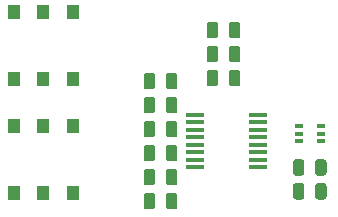
<source format=gtp>
G04 #@! TF.GenerationSoftware,KiCad,Pcbnew,(5.1.9-0-10_14)*
G04 #@! TF.CreationDate,2021-05-12T23:54:49+10:00*
G04 #@! TF.ProjectId,Shield,53686965-6c64-42e6-9b69-6361645f7063,rev?*
G04 #@! TF.SameCoordinates,Original*
G04 #@! TF.FileFunction,Paste,Top*
G04 #@! TF.FilePolarity,Positive*
%FSLAX46Y46*%
G04 Gerber Fmt 4.6, Leading zero omitted, Abs format (unit mm)*
G04 Created by KiCad (PCBNEW (5.1.9-0-10_14)) date 2021-05-12 23:54:49*
%MOMM*%
%LPD*%
G01*
G04 APERTURE LIST*
%ADD10R,1.600000X0.410000*%
%ADD11R,0.650000X0.400000*%
%ADD12R,1.000000X1.150000*%
G04 APERTURE END LIST*
G36*
G01*
X142806000Y-147625750D02*
X142806000Y-148538250D01*
G75*
G02*
X142562250Y-148782000I-243750J0D01*
G01*
X142074750Y-148782000D01*
G75*
G02*
X141831000Y-148538250I0J243750D01*
G01*
X141831000Y-147625750D01*
G75*
G02*
X142074750Y-147382000I243750J0D01*
G01*
X142562250Y-147382000D01*
G75*
G02*
X142806000Y-147625750I0J-243750D01*
G01*
G37*
G36*
G01*
X144681000Y-147625750D02*
X144681000Y-148538250D01*
G75*
G02*
X144437250Y-148782000I-243750J0D01*
G01*
X143949750Y-148782000D01*
G75*
G02*
X143706000Y-148538250I0J243750D01*
G01*
X143706000Y-147625750D01*
G75*
G02*
X143949750Y-147382000I243750J0D01*
G01*
X144437250Y-147382000D01*
G75*
G02*
X144681000Y-147625750I0J-243750D01*
G01*
G37*
G36*
G01*
X149040000Y-140156250D02*
X149040000Y-139243750D01*
G75*
G02*
X149283750Y-139000000I243750J0D01*
G01*
X149771250Y-139000000D01*
G75*
G02*
X150015000Y-139243750I0J-243750D01*
G01*
X150015000Y-140156250D01*
G75*
G02*
X149771250Y-140400000I-243750J0D01*
G01*
X149283750Y-140400000D01*
G75*
G02*
X149040000Y-140156250I0J243750D01*
G01*
G37*
G36*
G01*
X147165000Y-140156250D02*
X147165000Y-139243750D01*
G75*
G02*
X147408750Y-139000000I243750J0D01*
G01*
X147896250Y-139000000D01*
G75*
G02*
X148140000Y-139243750I0J-243750D01*
G01*
X148140000Y-140156250D01*
G75*
G02*
X147896250Y-140400000I-243750J0D01*
G01*
X147408750Y-140400000D01*
G75*
G02*
X147165000Y-140156250I0J243750D01*
G01*
G37*
G36*
G01*
X141831000Y-142442250D02*
X141831000Y-141529750D01*
G75*
G02*
X142074750Y-141286000I243750J0D01*
G01*
X142562250Y-141286000D01*
G75*
G02*
X142806000Y-141529750I0J-243750D01*
G01*
X142806000Y-142442250D01*
G75*
G02*
X142562250Y-142686000I-243750J0D01*
G01*
X142074750Y-142686000D01*
G75*
G02*
X141831000Y-142442250I0J243750D01*
G01*
G37*
G36*
G01*
X143706000Y-142442250D02*
X143706000Y-141529750D01*
G75*
G02*
X143949750Y-141286000I243750J0D01*
G01*
X144437250Y-141286000D01*
G75*
G02*
X144681000Y-141529750I0J-243750D01*
G01*
X144681000Y-142442250D01*
G75*
G02*
X144437250Y-142686000I-243750J0D01*
G01*
X143949750Y-142686000D01*
G75*
G02*
X143706000Y-142442250I0J243750D01*
G01*
G37*
G36*
G01*
X147165000Y-138124250D02*
X147165000Y-137211750D01*
G75*
G02*
X147408750Y-136968000I243750J0D01*
G01*
X147896250Y-136968000D01*
G75*
G02*
X148140000Y-137211750I0J-243750D01*
G01*
X148140000Y-138124250D01*
G75*
G02*
X147896250Y-138368000I-243750J0D01*
G01*
X147408750Y-138368000D01*
G75*
G02*
X147165000Y-138124250I0J243750D01*
G01*
G37*
G36*
G01*
X149040000Y-138124250D02*
X149040000Y-137211750D01*
G75*
G02*
X149283750Y-136968000I243750J0D01*
G01*
X149771250Y-136968000D01*
G75*
G02*
X150015000Y-137211750I0J-243750D01*
G01*
X150015000Y-138124250D01*
G75*
G02*
X149771250Y-138368000I-243750J0D01*
G01*
X149283750Y-138368000D01*
G75*
G02*
X149040000Y-138124250I0J243750D01*
G01*
G37*
G36*
G01*
X149040000Y-136092250D02*
X149040000Y-135179750D01*
G75*
G02*
X149283750Y-134936000I243750J0D01*
G01*
X149771250Y-134936000D01*
G75*
G02*
X150015000Y-135179750I0J-243750D01*
G01*
X150015000Y-136092250D01*
G75*
G02*
X149771250Y-136336000I-243750J0D01*
G01*
X149283750Y-136336000D01*
G75*
G02*
X149040000Y-136092250I0J243750D01*
G01*
G37*
G36*
G01*
X147165000Y-136092250D02*
X147165000Y-135179750D01*
G75*
G02*
X147408750Y-134936000I243750J0D01*
G01*
X147896250Y-134936000D01*
G75*
G02*
X148140000Y-135179750I0J-243750D01*
G01*
X148140000Y-136092250D01*
G75*
G02*
X147896250Y-136336000I-243750J0D01*
G01*
X147408750Y-136336000D01*
G75*
G02*
X147165000Y-136092250I0J243750D01*
G01*
G37*
D10*
X151498300Y-147256500D03*
X151498300Y-146621500D03*
X151498300Y-145986500D03*
X151498300Y-145351500D03*
X151498300Y-144716500D03*
X151498300Y-144081500D03*
X151498300Y-143446500D03*
X151498300Y-142811500D03*
X146189700Y-142811500D03*
X146189700Y-143446500D03*
X146189700Y-144081500D03*
X146189700Y-144716500D03*
X146189700Y-145351500D03*
X146189700Y-145986500D03*
X146189700Y-146621500D03*
X146189700Y-147256500D03*
D11*
X156842500Y-145049000D03*
X156842500Y-143749000D03*
X154942500Y-144399000D03*
X156842500Y-144399000D03*
X154942500Y-143749000D03*
X154942500Y-145049000D03*
G36*
G01*
X155442500Y-146800250D02*
X155442500Y-147712750D01*
G75*
G02*
X155198750Y-147956500I-243750J0D01*
G01*
X154711250Y-147956500D01*
G75*
G02*
X154467500Y-147712750I0J243750D01*
G01*
X154467500Y-146800250D01*
G75*
G02*
X154711250Y-146556500I243750J0D01*
G01*
X155198750Y-146556500D01*
G75*
G02*
X155442500Y-146800250I0J-243750D01*
G01*
G37*
G36*
G01*
X157317500Y-146800250D02*
X157317500Y-147712750D01*
G75*
G02*
X157073750Y-147956500I-243750J0D01*
G01*
X156586250Y-147956500D01*
G75*
G02*
X156342500Y-147712750I0J243750D01*
G01*
X156342500Y-146800250D01*
G75*
G02*
X156586250Y-146556500I243750J0D01*
G01*
X157073750Y-146556500D01*
G75*
G02*
X157317500Y-146800250I0J-243750D01*
G01*
G37*
G36*
G01*
X154467500Y-149732751D02*
X154467500Y-148820251D01*
G75*
G02*
X154711250Y-148576501I243750J0D01*
G01*
X155198750Y-148576501D01*
G75*
G02*
X155442500Y-148820251I0J-243750D01*
G01*
X155442500Y-149732751D01*
G75*
G02*
X155198750Y-149976501I-243750J0D01*
G01*
X154711250Y-149976501D01*
G75*
G02*
X154467500Y-149732751I0J243750D01*
G01*
G37*
G36*
G01*
X156342500Y-149732751D02*
X156342500Y-148820251D01*
G75*
G02*
X156586250Y-148576501I243750J0D01*
G01*
X157073750Y-148576501D01*
G75*
G02*
X157317500Y-148820251I0J-243750D01*
G01*
X157317500Y-149732751D01*
G75*
G02*
X157073750Y-149976501I-243750J0D01*
G01*
X156586250Y-149976501D01*
G75*
G02*
X156342500Y-149732751I0J243750D01*
G01*
G37*
G36*
G01*
X141831000Y-150570250D02*
X141831000Y-149657750D01*
G75*
G02*
X142074750Y-149414000I243750J0D01*
G01*
X142562250Y-149414000D01*
G75*
G02*
X142806000Y-149657750I0J-243750D01*
G01*
X142806000Y-150570250D01*
G75*
G02*
X142562250Y-150814000I-243750J0D01*
G01*
X142074750Y-150814000D01*
G75*
G02*
X141831000Y-150570250I0J243750D01*
G01*
G37*
G36*
G01*
X143706000Y-150570250D02*
X143706000Y-149657750D01*
G75*
G02*
X143949750Y-149414000I243750J0D01*
G01*
X144437250Y-149414000D01*
G75*
G02*
X144681000Y-149657750I0J-243750D01*
G01*
X144681000Y-150570250D01*
G75*
G02*
X144437250Y-150814000I-243750J0D01*
G01*
X143949750Y-150814000D01*
G75*
G02*
X143706000Y-150570250I0J243750D01*
G01*
G37*
G36*
G01*
X141831000Y-146506250D02*
X141831000Y-145593750D01*
G75*
G02*
X142074750Y-145350000I243750J0D01*
G01*
X142562250Y-145350000D01*
G75*
G02*
X142806000Y-145593750I0J-243750D01*
G01*
X142806000Y-146506250D01*
G75*
G02*
X142562250Y-146750000I-243750J0D01*
G01*
X142074750Y-146750000D01*
G75*
G02*
X141831000Y-146506250I0J243750D01*
G01*
G37*
G36*
G01*
X143706000Y-146506250D02*
X143706000Y-145593750D01*
G75*
G02*
X143949750Y-145350000I243750J0D01*
G01*
X144437250Y-145350000D01*
G75*
G02*
X144681000Y-145593750I0J-243750D01*
G01*
X144681000Y-146506250D01*
G75*
G02*
X144437250Y-146750000I-243750J0D01*
G01*
X143949750Y-146750000D01*
G75*
G02*
X143706000Y-146506250I0J243750D01*
G01*
G37*
G36*
G01*
X143706000Y-144474250D02*
X143706000Y-143561750D01*
G75*
G02*
X143949750Y-143318000I243750J0D01*
G01*
X144437250Y-143318000D01*
G75*
G02*
X144681000Y-143561750I0J-243750D01*
G01*
X144681000Y-144474250D01*
G75*
G02*
X144437250Y-144718000I-243750J0D01*
G01*
X143949750Y-144718000D01*
G75*
G02*
X143706000Y-144474250I0J243750D01*
G01*
G37*
G36*
G01*
X141831000Y-144474250D02*
X141831000Y-143561750D01*
G75*
G02*
X142074750Y-143318000I243750J0D01*
G01*
X142562250Y-143318000D01*
G75*
G02*
X142806000Y-143561750I0J-243750D01*
G01*
X142806000Y-144474250D01*
G75*
G02*
X142562250Y-144718000I-243750J0D01*
G01*
X142074750Y-144718000D01*
G75*
G02*
X141831000Y-144474250I0J243750D01*
G01*
G37*
G36*
G01*
X143706000Y-140410250D02*
X143706000Y-139497750D01*
G75*
G02*
X143949750Y-139254000I243750J0D01*
G01*
X144437250Y-139254000D01*
G75*
G02*
X144681000Y-139497750I0J-243750D01*
G01*
X144681000Y-140410250D01*
G75*
G02*
X144437250Y-140654000I-243750J0D01*
G01*
X143949750Y-140654000D01*
G75*
G02*
X143706000Y-140410250I0J243750D01*
G01*
G37*
G36*
G01*
X141831000Y-140410250D02*
X141831000Y-139497750D01*
G75*
G02*
X142074750Y-139254000I243750J0D01*
G01*
X142562250Y-139254000D01*
G75*
G02*
X142806000Y-139497750I0J-243750D01*
G01*
X142806000Y-140410250D01*
G75*
G02*
X142562250Y-140654000I-243750J0D01*
G01*
X142074750Y-140654000D01*
G75*
G02*
X141831000Y-140410250I0J243750D01*
G01*
G37*
D12*
X135850000Y-149383000D03*
X133350000Y-149383000D03*
X130850000Y-149383000D03*
X135850000Y-143733000D03*
X133350000Y-143733000D03*
X130850000Y-143733000D03*
X130850000Y-134081000D03*
X133350000Y-134081000D03*
X135850000Y-134081000D03*
X130850000Y-139731000D03*
X133350000Y-139731000D03*
X135850000Y-139731000D03*
M02*

</source>
